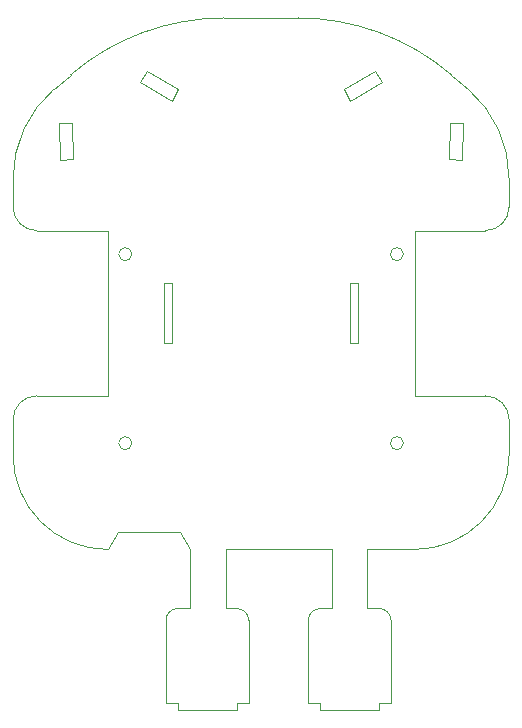
<source format=gm1>
G04 #@! TF.GenerationSoftware,KiCad,Pcbnew,(5.1.7)-1*
G04 #@! TF.CreationDate,2021-06-23T20:49:00+09:00*
G04 #@! TF.ProjectId,lapis,6c617069-732e-46b6-9963-61645f706362,rev?*
G04 #@! TF.SameCoordinates,Original*
G04 #@! TF.FileFunction,Profile,NP*
%FSLAX46Y46*%
G04 Gerber Fmt 4.6, Leading zero omitted, Abs format (unit mm)*
G04 Created by KiCad (PCBNEW (5.1.7)-1) date 2021-06-23 20:49:00*
%MOMM*%
%LPD*%
G01*
G04 APERTURE LIST*
G04 #@! TA.AperFunction,Profile*
%ADD10C,0.100000*%
G04 #@! TD*
G04 APERTURE END LIST*
D10*
X142250000Y-126700000D02*
X142250000Y-123700000D01*
X139250000Y-126700000D02*
X139250000Y-123700000D01*
X139250000Y-128700000D02*
X139250000Y-126700000D01*
X142250000Y-126700000D02*
X142250000Y-128700000D01*
X151250000Y-126700000D02*
X151250000Y-128700000D01*
X154250000Y-128700000D02*
X154250000Y-126700000D01*
X154250000Y-126700000D02*
X154250000Y-123700000D01*
X151250000Y-126700000D02*
X151250000Y-123700000D01*
X142250000Y-123700000D02*
X151250000Y-123700000D01*
X158249296Y-123700000D02*
X154250000Y-123700000D01*
X138200000Y-128700000D02*
X139250000Y-128700000D01*
X142250000Y-128700000D02*
X143200000Y-128700000D01*
X150250000Y-128700000D02*
X151250000Y-128700000D01*
X154250000Y-128700000D02*
X155250000Y-128700000D01*
X138383975Y-122200000D02*
X139250000Y-123700000D01*
X138383975Y-122200000D02*
X133116026Y-122200000D01*
X133116026Y-122200000D02*
X132250001Y-123700000D01*
X143200000Y-128700000D02*
G75*
G02*
X144200000Y-129700000I0J-1000000D01*
G01*
X137750000Y-106250000D02*
X137750000Y-101150000D01*
X124250001Y-112701855D02*
G75*
G02*
X126250000Y-110700000I1999999J1855D01*
G01*
X143200000Y-137300000D02*
X138200000Y-137300000D01*
X138200000Y-137300000D02*
X138200000Y-136700000D01*
X137050000Y-101150000D02*
X137050000Y-106250000D01*
X143200000Y-136700000D02*
X143200000Y-137300000D01*
X137750000Y-101150000D02*
X137050000Y-101150000D01*
X137200000Y-129700000D02*
G75*
G02*
X138200000Y-128700000I1000000J0D01*
G01*
X137050000Y-106250000D02*
X137750000Y-106250000D01*
X144200000Y-129700000D02*
X144200000Y-136700000D01*
X137200000Y-136700000D02*
X137200000Y-129700000D01*
X153450000Y-101150000D02*
X153450000Y-106250000D01*
X152750000Y-101150000D02*
X153450000Y-101150000D01*
X157300000Y-114700000D02*
G75*
G03*
X157300000Y-114700000I-550000J0D01*
G01*
X138250000Y-84747373D02*
X137700000Y-85700001D01*
X135015322Y-84150001D02*
X135565322Y-83197373D01*
X137700000Y-85700001D02*
X135015322Y-84150001D01*
X152750000Y-106250000D02*
X152750000Y-101150000D01*
X135565322Y-83197373D02*
X138250000Y-84747373D01*
X162755785Y-84701554D02*
G75*
G02*
X166250000Y-92295678I-6505785J-7594390D01*
G01*
X153450000Y-106250000D02*
X152750000Y-106250000D01*
X164250001Y-110700000D02*
G75*
G02*
X166250000Y-112701855I0J-2000000D01*
G01*
X162755785Y-84701554D02*
X161366276Y-83511221D01*
X155484679Y-84150001D02*
X154934679Y-83197373D01*
X154934679Y-83197373D02*
X152250000Y-84747373D01*
X158250000Y-96700001D02*
X164250000Y-96700001D01*
X132250001Y-96700001D02*
X126250001Y-96700001D01*
X161258859Y-87563500D02*
X161150670Y-90661612D01*
X162358189Y-87601890D02*
X161258859Y-87563500D01*
X152250000Y-84747373D02*
X152800000Y-85700001D01*
X166250000Y-94700001D02*
G75*
G02*
X164250000Y-96700001I-2000000J0D01*
G01*
X127744216Y-84701554D02*
X129133726Y-83511221D01*
X129133725Y-83511221D02*
G75*
G02*
X142145295Y-78700001I13011570J-15188780D01*
G01*
X124250001Y-92295677D02*
G75*
G02*
X127744216Y-84701554I9999999J-267D01*
G01*
X142145295Y-78700001D02*
X145250000Y-78700001D01*
X162250000Y-90700001D02*
X162358189Y-87601890D01*
X152800000Y-85700001D02*
X155484679Y-84150001D01*
X148354705Y-78700001D02*
X145250000Y-78700001D01*
X129349331Y-90661612D02*
X128250001Y-90700001D01*
X157300000Y-98700001D02*
G75*
G03*
X157300000Y-98700001I-550000J0D01*
G01*
X129241143Y-87563500D02*
X129349331Y-90661612D01*
X166249296Y-115701880D02*
G75*
G02*
X158249296Y-123700000I-8000000J1880D01*
G01*
X161150670Y-90661612D02*
X162250000Y-90700001D01*
X128141813Y-87601890D02*
X129241143Y-87563500D01*
X126250000Y-110700000D02*
X132250001Y-110700000D01*
X132250001Y-123700000D02*
G75*
G02*
X124250001Y-115700000I0J8000000D01*
G01*
X134300000Y-114700000D02*
G75*
G03*
X134300000Y-114700000I-550000J0D01*
G01*
X124250001Y-115700000D02*
X124250001Y-112701855D01*
X148354706Y-78700001D02*
G75*
G02*
X161366276Y-83511221I-1J-20000000D01*
G01*
X149250000Y-136700000D02*
X150250000Y-136700000D01*
X144200000Y-136700000D02*
X143200000Y-136700000D01*
X155250000Y-136700000D02*
X156250000Y-136700000D01*
X138200000Y-136700000D02*
X137200000Y-136700000D01*
X155250000Y-128700000D02*
G75*
G02*
X156250000Y-129700000I0J-1000000D01*
G01*
X150250000Y-136700000D02*
X150250000Y-137300000D01*
X149250000Y-129700000D02*
X149250000Y-136700000D01*
X156250000Y-136700000D02*
X156250000Y-129700000D01*
X149250000Y-129700000D02*
G75*
G02*
X150250000Y-128700000I1000000J0D01*
G01*
X166249295Y-115701880D02*
X166250000Y-112701855D01*
X166250000Y-94700001D02*
X166250000Y-92295678D01*
X158250000Y-96700001D02*
X158250000Y-110700000D01*
X150250000Y-137300000D02*
X155250000Y-137300000D01*
X134300000Y-98700001D02*
G75*
G03*
X134300000Y-98700001I-550000J0D01*
G01*
X126250001Y-96700001D02*
G75*
G02*
X124250001Y-94700001I0J2000000D01*
G01*
X132250001Y-96700001D02*
X132250001Y-110700000D01*
X124250001Y-94700001D02*
X124250001Y-92295678D01*
X164250001Y-110700000D02*
X158250000Y-110700000D01*
X128250001Y-90700001D02*
X128141813Y-87601890D01*
X155250000Y-137300000D02*
X155250000Y-136700000D01*
M02*

</source>
